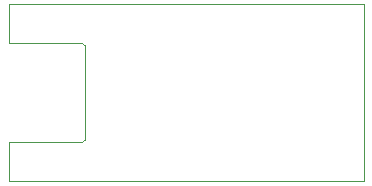
<source format=gbr>
G04 GENERATED BY PULSONIX 7.0 GERBER.DLL 4573*
%INI2C_TO_USB_BRIDGE_V1_0_2*%
%LNGERBER_BOARD*%
%FSLAX33Y33*%
%IPPOS*%
%LPD*%
%OFA0B0*%
%MOMM*%
%ADD1154C,0.050*%
X0Y0D02*
D02*
D1154*
X114853Y133428D02*
X144853D01*
Y118428*
X114853*
Y121728*
X121053*
G75*
G03X121253Y121928J200*
G01*
Y129928*
G75*
G03X121053Y130128I-200*
G01*
X114853*
Y133428*
X0Y0D02*
M02*

</source>
